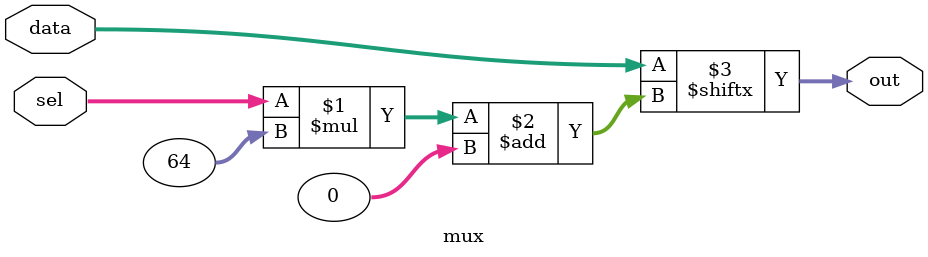
<source format=v>
module mux #(parameter DW = 64,
             parameter N = 16   // number of inputs (power of 2)
             )
   (
    input [$clog2(N)-1:0] sel,  // binary select signal
    input [N*DW-1:0]      data, // concatenated inputs
    output [DW-1:0]       out   // selected output
    );

   assign out[DW-1:0] = data[sel*DW +: DW];

endmodule

</source>
